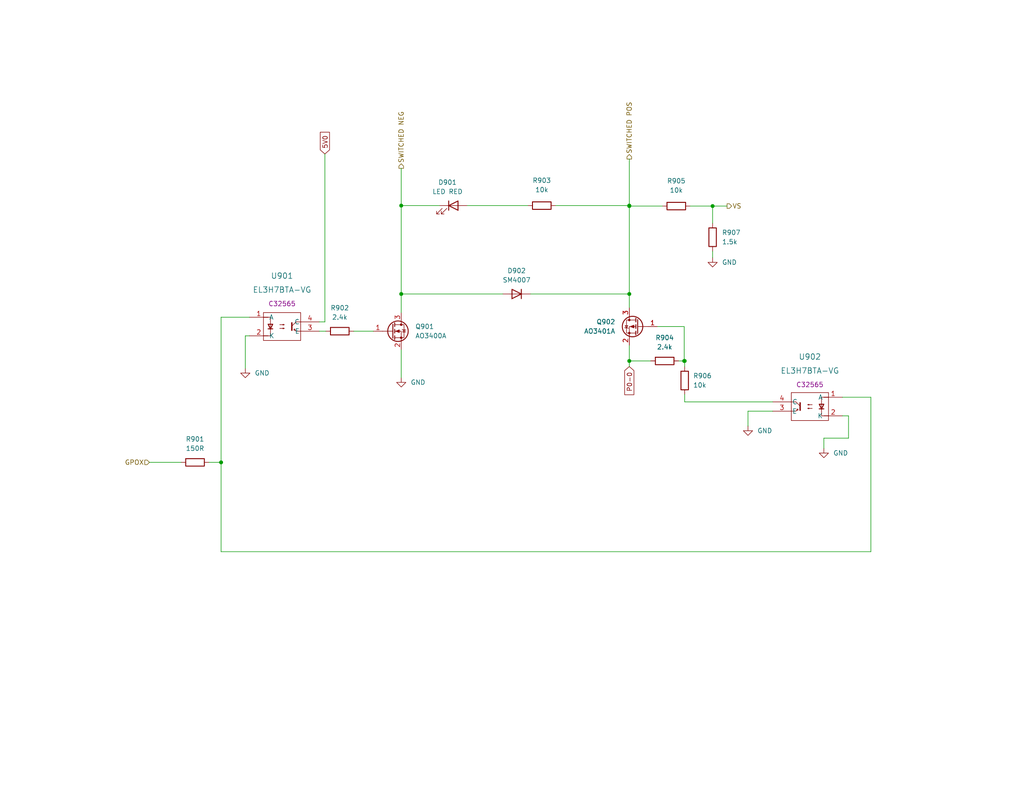
<source format=kicad_sch>
(kicad_sch (version 20211123) (generator eeschema)
  (paper "USLetter")
  (lib_symbols
    (symbol "Device:LED" (pin_numbers hide) (pin_names (offset 1.016) hide)
      (property "Reference" "D" (at 0 2.54 0))
      (property "Value" "LED" (at 0 -2.54 0))
      (symbol "LED_0_1"
        (polyline (pts (xy -1.27 -1.27) (xy -1.27 1.27)) (stroke (width 0.254)))
        (polyline (pts (xy -1.27 0) (xy 1.27 0)))
        (polyline (pts (xy 1.27 -1.27) (xy 1.27 1.27) (xy -1.27 0) (xy 1.27 -1.27)) (stroke (width 0.254)))
        (polyline (pts (xy -3.048 -0.762) (xy -4.572 -2.286) (xy -3.81 -2.286) (xy -4.572 -2.286) (xy -4.572 -1.524)))
        (polyline (pts (xy -1.778 -0.762) (xy -3.302 -2.286) (xy -2.54 -2.286) (xy -3.302 -2.286) (xy -3.302 -1.524)))
      )
      (symbol "LED_1_1"
        (pin passive line (at -3.81 0 0) (length 2.54) (name "K") (number "1"))
        (pin passive line (at 3.81 0 180) (length 2.54) (name "A") (number "2"))
      )
    )
    (symbol "Device:Q_NMOS_GSD" (pin_names (offset 0) hide)
      (property "Reference" "Q" (at 5.08 1.27 0))
      (property "Value" "Q_NMOS_GSD" (at 5.08 -1.27 0))
      (symbol "Q_NMOS_GSD_0_1"
        (polyline (pts (xy 0.254 0) (xy -2.54 0)))
        (polyline (pts (xy 0.254 1.905) (xy 0.254 -1.905)) (stroke (width 0.254)))
        (polyline (pts (xy 0.762 -1.27) (xy 0.762 -2.286)) (stroke (width 0.254)))
        (polyline (pts (xy 0.762 0.508) (xy 0.762 -0.508)) (stroke (width 0.254)))
        (polyline (pts (xy 0.762 2.286) (xy 0.762 1.27)) (stroke (width 0.254)))
        (polyline (pts (xy 2.54 2.54) (xy 2.54 1.778)))
        (polyline (pts (xy 2.54 -2.54) (xy 2.54 0) (xy 0.762 0)))
        (polyline (pts (xy 0.762 -1.778) (xy 3.302 -1.778) (xy 3.302 1.778) (xy 0.762 1.778)))
        (polyline (pts (xy 1.016 0) (xy 2.032 0.381) (xy 2.032 -0.381) (xy 1.016 0)) (fill (type outline)))
        (polyline (pts (xy 2.794 0.508) (xy 2.921 0.381) (xy 3.683 0.381) (xy 3.81 0.254)))
        (polyline (pts (xy 3.302 0.381) (xy 2.921 -0.254) (xy 3.683 -0.254) (xy 3.302 0.381)))
        (circle (center 1.651 0) (radius 2.794) (stroke (width 0.254)))
        (circle (center 2.54 -1.778) (radius 0.254) (fill (type outline)))
        (circle (center 2.54 1.778) (radius 0.254) (fill (type outline)))
      )
      (symbol "Q_NMOS_GSD_1_1"
        (pin input line (at -5.08 0 0) (length 2.54) (name "G") (number "1"))
        (pin passive line (at 2.54 -5.08 90) (length 2.54) (name "S") (number "2"))
        (pin passive line (at 2.54 5.08 270) (length 2.54) (name "D") (number "3"))
      )
    )
    (symbol "Device:R" (pin_numbers hide) (pin_names (offset 0))
      (property "Reference" "R" (at 2.032 0 90))
      (property "Value" "R" (at 0 0 90))
      (symbol "R_0_1"
        (rectangle (start -1.016 -2.54) (end 1.016 2.54) (stroke (width 0.254)))
      )
      (symbol "R_1_1"
        (pin passive line (at 0 3.81 270) (length 1.27) (name "~") (number "1"))
        (pin passive line (at 0 -3.81 90) (length 1.27) (name "~") (number "2"))
      )
    )
    (symbol "Diode:SM4007" (pin_numbers hide) (pin_names (offset 1.016) hide)
      (property "Reference" "D" (at 0 2.54 0))
      (property "Value" "SM4007" (at 0 -2.54 0))
      (symbol "SM4007_0_1"
        (polyline (pts (xy -1.27 1.27) (xy -1.27 -1.27)) (stroke (width 0.254)))
        (polyline (pts (xy 1.27 0) (xy -1.27 0)))
        (polyline (pts (xy 1.27 1.27) (xy 1.27 -1.27) (xy -1.27 0) (xy 1.27 1.27)) (stroke (width 0.254)))
      )
      (symbol "SM4007_1_1"
        (pin passive line (at -3.81 0 0) (length 2.54) (name "K") (number "1"))
        (pin passive line (at 3.81 0 180) (length 2.54) (name "A") (number "2"))
      )
    )
    (symbol "PCB_Library:EL3H7BTA-VG" (pin_names (offset 0.254))
      (property "Reference" "U" (at 7.62 10.16 0))
      (property "Value" "EL3H7BTA-VG" (at 7.62 7.62 0))
      (property "LCSC" "C32565" (at 8.89 2.54 0))
      (symbol "EL3H7BTA-VG_0_0"
        (pin passive line (at 0 0 0) (length 5.08) (name "A") (number "1"))
        (pin passive line (at 0 -5.08 0) (length 5.08) (name "K") (number "2"))
        (pin passive line (at 19.05 -3.81 180) (length 5.08) (name "E") (number "3"))
        (pin passive line (at 19.05 -1.27 180) (length 5.08) (name "C") (number "4"))
      )
      (symbol "EL3H7BTA-VG_0_1"
        (polyline (pts (xy 5.08 -3.175) (xy 6.35 -3.175)) (stroke (width 0.254)))
        (polyline (pts (xy 11.557 -2.413) (xy 12.7 -1.27)))
        (polyline (pts (xy 12.7 -3.81) (xy 13.97 -3.81)))
        (polyline (pts (xy 12.7 -1.27) (xy 13.97 -1.27)))
        (polyline (pts (xy 11.557 -1.524) (xy 11.557 -3.556) (xy 11.557 -3.556)) (stroke (width 0.3556)))
        (polyline (pts (xy 3.81 -5.08) (xy 5.715 -5.08) (xy 5.715 0) (xy 3.81 0)))
        (polyline (pts (xy 5.715 -3.175) (xy 5.08 -1.905) (xy 6.35 -1.905) (xy 5.715 -3.175)) (stroke (width 0.254)))
        (polyline (pts (xy 12.573 -3.683) (xy 12.319 -3.175) (xy 12.065 -3.429) (xy 12.573 -3.683)))
        (polyline (pts (xy 3.81 1.27) (xy 13.97 1.27) (xy 13.97 -6.35) (xy 3.81 -6.35) (xy 3.81 1.27)) (stroke (width 0.1524)))
        (polyline (pts (xy 8.255 -3.048) (xy 9.525 -3.048) (xy 9.144 -3.175) (xy 9.144 -2.921) (xy 9.525 -3.048)))
        (polyline (pts (xy 8.255 -2.032) (xy 9.525 -2.032) (xy 9.144 -2.159) (xy 9.144 -1.905) (xy 9.525 -2.032)))
      )
    )
    (symbol "Transistor_FET:AO3401A" (pin_names hide)
      (property "Reference" "Q" (at 5.08 1.905 0))
      (property "Value" "AO3401A" (at 5.08 0 0))
      (symbol "AO3401A_0_1"
        (polyline (pts (xy 0.254 0) (xy -2.54 0)))
        (polyline (pts (xy 0.254 1.905) (xy 0.254 -1.905)) (stroke (width 0.254)))
        (polyline (pts (xy 0.762 -1.27) (xy 0.762 -2.286)) (stroke (width 0.254)))
        (polyline (pts (xy 0.762 0.508) (xy 0.762 -0.508)) (stroke (width 0.254)))
        (polyline (pts (xy 0.762 2.286) (xy 0.762 1.27)) (stroke (width 0.254)))
        (polyline (pts (xy 2.54 2.54) (xy 2.54 1.778)))
        (polyline (pts (xy 2.54 -2.54) (xy 2.54 0) (xy 0.762 0)))
        (polyline (pts (xy 0.762 1.778) (xy 3.302 1.778) (xy 3.302 -1.778) (xy 0.762 -1.778)))
        (polyline (pts (xy 2.286 0) (xy 1.27 0.381) (xy 1.27 -0.381) (xy 2.286 0)) (fill (type outline)))
        (polyline (pts (xy 2.794 -0.508) (xy 2.921 -0.381) (xy 3.683 -0.381) (xy 3.81 -0.254)))
        (polyline (pts (xy 3.302 -0.381) (xy 2.921 0.254) (xy 3.683 0.254) (xy 3.302 -0.381)))
        (circle (center 1.651 0) (radius 2.794) (stroke (width 0.254)))
        (circle (center 2.54 -1.778) (radius 0.254) (fill (type outline)))
        (circle (center 2.54 1.778) (radius 0.254) (fill (type outline)))
      )
      (symbol "AO3401A_1_1"
        (pin input line (at -5.08 0 0) (length 2.54) (name "G") (number "1"))
        (pin passive line (at 2.54 -5.08 90) (length 2.54) (name "S") (number "2"))
        (pin passive line (at 2.54 5.08 270) (length 2.54) (name "D") (number "3"))
      )
    )
    (symbol "power:GND" (power) (pin_names (offset 0))
      (property "Value" "GND" (at 0 -3.81 0))
      (symbol "GND_0_1"
        (polyline (pts (xy 0 0) (xy 0 -1.27) (xy 1.27 -1.27) (xy 0 -2.54) (xy -1.27 -1.27) (xy 0 -1.27)))
      )
      (symbol "GND_1_1"
        (pin power_in line (at 0 0 270) (length 0) hide (name "GND") (number "1"))
      )
    )
  )
  (junction (at 171.704 98.552))
  (junction (at 60.325 126.238))
  (junction (at 186.69 98.552))
  (junction (at 109.474 80.264))
  (junction (at 109.474 56.134))
  (junction (at 171.704 56.261))
  (junction (at 194.437 56.261))
  (junction (at 186.817 98.552))
  (junction (at 171.704 80.264))
  (junction (at 171.704 56.134))
  (wire (pts (xy 68.072 86.614) (xy 60.325 86.614)))
  (wire (pts (xy 204.089 112.268) (xy 210.82 112.268)))
  (wire (pts (xy 237.617 108.458) (xy 237.617 150.622)))
  (wire (pts (xy 144.78 80.264) (xy 171.704 80.264)))
  (wire (pts (xy 109.474 80.264) (xy 109.474 85.344)))
  (wire (pts (xy 68.072 91.694) (xy 66.929 91.694)))
  (wire (pts (xy 194.437 56.261) (xy 194.437 60.96)))
  (wire (pts (xy 88.646 87.884) (xy 88.646 42.037)))
  (wire (pts (xy 109.474 56.134) (xy 109.474 80.264)))
  (wire (pts (xy 194.437 56.261) (xy 198.374 56.261)))
  (wire (pts (xy 171.704 56.134) (xy 171.704 56.261)))
  (wire (pts (xy 224.79 119.634) (xy 224.79 122.428)))
  (wire (pts (xy 185.166 98.552) (xy 186.69 98.552)))
  (wire (pts (xy 109.474 45.974) (xy 109.474 56.134)))
  (wire (pts (xy 57.023 126.238) (xy 60.325 126.238)))
  (wire (pts (xy 40.767 126.238) (xy 49.403 126.238)))
  (wire (pts (xy 171.704 56.261) (xy 180.721 56.261)))
  (wire (pts (xy 186.817 109.728) (xy 186.817 107.696)))
  (wire (pts (xy 171.704 80.264) (xy 171.704 84.074)))
  (wire (pts (xy 171.704 98.552) (xy 171.704 100.076)))
  (wire (pts (xy 171.704 94.234) (xy 171.704 98.552)))
  (wire (pts (xy 186.817 100.076) (xy 186.817 98.552)))
  (wire (pts (xy 194.437 68.58) (xy 194.437 70.358)))
  (wire (pts (xy 151.638 56.134) (xy 171.704 56.134)))
  (wire (pts (xy 171.704 43.434) (xy 171.704 56.134)))
  (wire (pts (xy 109.474 80.264) (xy 137.16 80.264)))
  (wire (pts (xy 96.52 90.424) (xy 101.854 90.424)))
  (wire (pts (xy 229.87 113.538) (xy 231.521 113.538)))
  (wire (pts (xy 109.474 95.504) (xy 109.474 103.124)))
  (wire (pts (xy 186.69 89.154) (xy 186.69 98.552)))
  (wire (pts (xy 87.122 87.884) (xy 88.646 87.884)))
  (wire (pts (xy 188.341 56.261) (xy 194.437 56.261)))
  (wire (pts (xy 109.474 56.134) (xy 119.888 56.134)))
  (wire (pts (xy 231.521 119.634) (xy 224.79 119.634)))
  (wire (pts (xy 171.704 56.261) (xy 171.704 80.264)))
  (wire (pts (xy 229.87 108.458) (xy 237.617 108.458)))
  (wire (pts (xy 127.508 56.134) (xy 144.018 56.134)))
  (wire (pts (xy 60.325 150.622) (xy 60.325 126.238)))
  (wire (pts (xy 186.817 109.728) (xy 210.82 109.728)))
  (wire (pts (xy 171.704 98.552) (xy 177.546 98.552)))
  (wire (pts (xy 231.521 113.538) (xy 231.521 119.634)))
  (wire (pts (xy 60.325 86.614) (xy 60.325 126.238)))
  (wire (pts (xy 186.817 98.552) (xy 186.69 98.552)))
  (wire (pts (xy 87.122 90.424) (xy 88.9 90.424)))
  (wire (pts (xy 204.089 112.268) (xy 204.089 116.332)))
  (wire (pts (xy 237.617 150.622) (xy 60.325 150.622)))
  (wire (pts (xy 179.324 89.154) (xy 186.69 89.154)))
  (wire (pts (xy 66.929 91.694) (xy 66.929 100.584)))
  (global_label "P0-0" (shape input) (at 171.704 100.076 270) (property "Intersheet References" "${INTERSHEET_REFS}" (effects hide)))
  (global_label "5V0" (shape input) (at 88.646 42.037 90) (property "Intersheet References" "${INTERSHEET_REFS}" (effects hide)))
  (hierarchical_label "SWITCHED NEG" (shape output) (at 109.474 45.974 90))
  (hierarchical_label "GPOX" (shape input) (at 40.767 126.238 180))
  (hierarchical_label "VS" (shape output) (at 198.374 56.261 0))
  (hierarchical_label "SWITCHED POS" (shape output) (at 171.704 43.434 90))
  (symbol (lib_id "Device:R") (at 184.531 56.261 90) (unit 1)
    (property "Reference" "R905" (at 184.531 49.403 90))
    (property "Value" "10k" (at 184.531 51.943 90))
    (property "Footprint" "Footprints:R_0402_1005Metric" (effects hide))
    (property "LCSC" "C25744" (effects hide))
  )
  (symbol (lib_id "power:GND") (at 224.79 122.428 0) (unit 1)
    (property "Reference" "#PWR0905" (effects hide))
    (property "Value" "GND" (at 227.33 123.6979 0) (effects (justify left)))
  )
  (symbol (lib_id "Device:R") (at 53.213 126.238 90) (unit 1)
    (property "Reference" "R901" (at 53.213 119.888 90))
    (property "Value" "150R" (at 53.213 122.428 90))
    (property "Footprint" "Footprints:R_0603_1608Metric" (effects hide))
    (property "LCSC" "C22808" (effects hide))
  )
  (symbol (lib_id "Transistor_FET:AO3401A") (at 174.244 89.154 0) (mirror y) (unit 1)
    (property "Reference" "Q902" (at 167.894 87.8839 0) (effects (justify left)))
    (property "Value" "AO3401A" (at 167.894 90.4239 0) (effects (justify left)))
    (property "Footprint" "Package_TO_SOT_SMD:SOT-23" (effects hide))
    (property "Datasheet" "http://www.aosmd.com/pdfs/datasheet/AO3401A.pdf" (effects hide))
    (property "LCSC" "C15127" (effects hide))
  )
  (symbol (lib_id "Device:R") (at 181.356 98.552 270) (unit 1)
    (property "Reference" "R904" (at 181.356 92.202 90))
    (property "Value" "2.4k" (at 181.356 94.742 90))
    (property "Footprint" "Footprints:R_0402_1005Metric" (effects hide))
    (property "LCSC" "C25882" (effects hide))
  )
  (symbol (lib_id "Diode:SM4007") (at 140.97 80.264 180) (unit 1)
    (property "Reference" "D902" (at 140.97 73.914 0))
    (property "Value" "SM4007" (at 140.97 76.454 0))
    (property "Footprint" "Diode_SMD:D_MELF" (effects hide))
    (property "Datasheet" "http://cdn-reichelt.de/documents/datenblatt/A400/SMD1N400%23DIO.pdf" (effects hide))
    (property "LCSC" "C64898" (effects hide))
  )
  (symbol (lib_id "Device:R") (at 186.817 103.886 180) (unit 1)
    (property "Reference" "R906" (at 189.103 102.6159 0) (effects (justify right)))
    (property "Value" "10k" (at 189.103 105.1559 0) (effects (justify right)))
    (property "Footprint" "Footprints:R_0402_1005Metric" (effects hide))
    (property "LCSC" "C25744" (effects hide))
  )
  (symbol (lib_id "PCB_Library:EL3H7BTA-VG") (at 68.072 86.614 0) (unit 1)
    (property "Reference" "U901" (at 76.962 75.311 0) (effects (font (size 1.524 1.524))))
    (property "Value" "EL3H7BTA-VG" (at 76.962 79.121 0) (effects (font (size 1.524 1.524))))
    (property "Footprint" "PCB_Library:EL3H7BTA-VG" (effects hide))
    (property "Datasheet" "https://datasheet.lcsc.com/lcsc/1811131510_Everlight-Elec-EL3H7-B-TA-G_C32565.pdf" (effects hide))
    (property "LCSC" "C32565" (at 76.962 82.931 0))
  )
  (symbol (lib_id "power:GND") (at 204.089 116.332 0) (unit 1)
    (property "Reference" "#PWR0903" (effects hide))
    (property "Value" "GND" (at 206.629 117.6019 0) (effects (justify left)))
  )
  (symbol (lib_id "Device:R") (at 194.437 64.77 0) (unit 1)
    (property "Reference" "R907" (at 196.977 63.4999 0) (effects (justify left)))
    (property "Value" "1.5k" (at 196.977 66.0399 0) (effects (justify left)))
    (property "Footprint" "Footprints:R_0402_1005Metric" (effects hide))
    (property "LCSC" "C25867" (effects hide))
  )
  (symbol (lib_id "Device:R") (at 92.71 90.424 270) (unit 1)
    (property "Reference" "R902" (at 92.71 84.074 90))
    (property "Value" "2.4k" (at 92.71 86.614 90))
    (property "Footprint" "Footprints:R_0402_1005Metric" (effects hide))
    (property "LCSC" "C25882" (effects hide))
  )
  (symbol (lib_id "Device:Q_NMOS_GSD") (at 106.934 90.424 0) (unit 1)
    (property "Reference" "Q901" (at 113.284 89.1539 0) (effects (justify left)))
    (property "Value" "AO3400A" (at 113.284 91.6939 0) (effects (justify left)))
    (property "Footprint" "Footprints:SOT-23" (effects hide))
    (property "LCSC" "C20917" (effects hide))
  )
  (symbol (lib_id "power:GND") (at 194.437 70.358 0) (unit 1)
    (property "Reference" "#PWR0904" (effects hide))
    (property "Value" "GND" (at 196.977 71.6279 0) (effects (justify left)))
  )
  (symbol (lib_id "PCB_Library:EL3H7BTA-VG") (at 229.87 108.458 0) (mirror y) (unit 1)
    (property "Reference" "U902" (at 220.98 97.409 0) (effects (font (size 1.524 1.524))))
    (property "Value" "EL3H7BTA-VG" (at 220.98 101.219 0) (effects (font (size 1.524 1.524))))
    (property "Footprint" "PCB_Library:EL3H7BTA-VG" (effects hide))
    (property "Datasheet" "https://datasheet.lcsc.com/lcsc/1811131510_Everlight-Elec-EL3H7-B-TA-G_C32565.pdf" (effects hide))
    (property "LCSC" "C32565" (at 220.98 105.029 0))
  )
  (symbol (lib_id "Device:LED") (at 123.698 56.134 0) (unit 1)
    (property "Reference" "D901" (at 122.1105 49.784 0))
    (property "Value" "LED RED" (at 122.1105 52.324 0))
    (property "Footprint" "Footprints:LED_0603_1608Metric" (effects hide))
    (property "LCSC" "C2286" (effects hide))
  )
  (symbol (lib_id "power:GND") (at 66.929 100.584 0) (unit 1)
    (property "Reference" "#PWR0901" (effects hide))
    (property "Value" "GND" (at 69.469 101.8539 0) (effects (justify left)))
  )
  (symbol (lib_id "Device:R") (at 147.828 56.134 90) (unit 1)
    (property "Reference" "R903" (at 147.828 49.276 90))
    (property "Value" "10k" (at 147.828 51.816 90))
    (property "Footprint" "Footprints:R_0402_1005Metric" (effects hide))
    (property "LCSC" "C25744" (effects hide))
  )
  (symbol (lib_id "power:GND") (at 109.474 103.124 0) (unit 1)
    (property "Reference" "#PWR0902" (effects hide))
    (property "Value" "GND" (at 112.014 104.3939 0) (effects (justify left)))
  )
)
</source>
